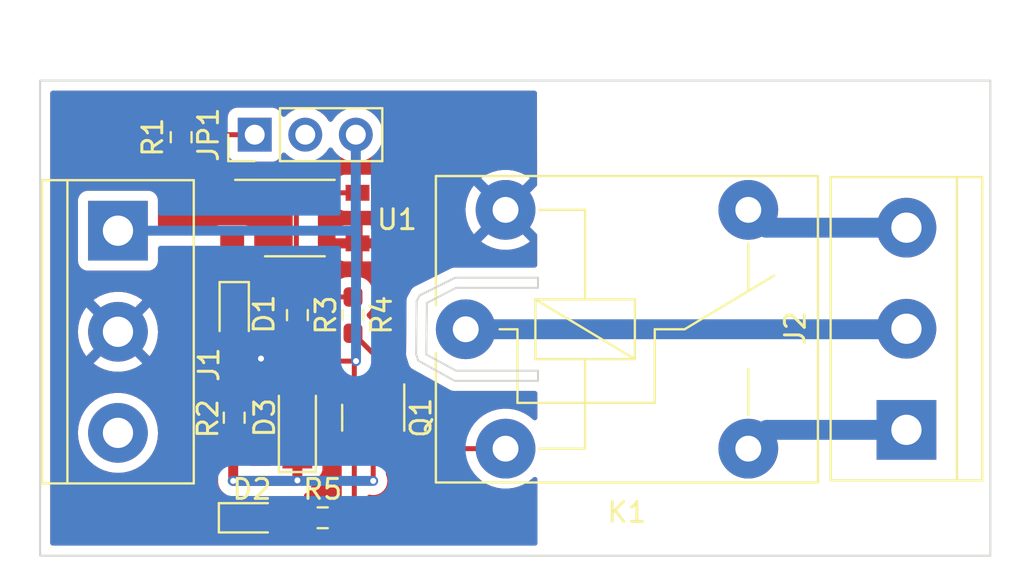
<source format=kicad_pcb>
(kicad_pcb (version 20211014) (generator pcbnew)
  (layers (0 "F.Cu" signal) (31 "B.Cu" signal) (34 "B.Paste" user) (35 "F.Paste" user) (36 "B.SilkS" user "B.Silkscreen") (37 "F.SilkS" user "F.Silkscreen") (38 "B.Mask" user) (39 "F.Mask" user) (44 "Edge.Cuts" user))
  (net 0 "")
  (net 1 "Net-(J1-Pad1)")
  (net 3 "Net-(JP1-Pad1)")
  (net 4 "Net-(K1-Pad14)")
  (net 5 "Net-(J2-Pad2)")
  (net 6 "Net-(K1-Pad12)")
  (net 7 "GND")
  (net 8 "Net-(R1-Pad1)")
  (net 9 "Net-(Q1-Pad3)")
  (net 10 "Net-(R2-Pad2)")
  (net 11 "Net-(Q1-Pad1)")
  (net 12 "Net-(R5-Pad1)")
  (net 14 "Net-(U1-Pad6)")
  (footprint "LED_SMD:LED_0603_1608Metric_Pad1.05x0.95mm_HandSolder" (layer "F.Cu") (at 108.077 95.6818 -90)
    (fp_text reference "D1" (at -0.0508 -1.4986 90) (layer "F.SilkS"))
    (fp_text value "LED")
    (fp_line (start 0.8 -0.735) (end -1.66 -0.735) (layer "F.SilkS") (width 0.12))
    (fp_line (start -1.66 -0.735) (end -1.66 0.735) (layer "F.SilkS") (width 0.12))
    (fp_line (start -1.66 0.735) (end 0.8 0.735) (layer "F.SilkS") (width 0.12))
    (pad "1" smd roundrect (at -0.875 0 270) (size 1.05 0.95) (layers "F.Cu" "F.Paste" "F.Mask") (net 7 "GND"))
    (pad "2" smd roundrect (at 0.875 0 270) (size 1.05 0.95) (layers "F.Cu" "F.Paste" "F.Mask") (net 10 "Net-(R2-Pad2)"))
  )
  (footprint "LED_SMD:LED_0603_1608Metric_Pad1.05x0.95mm_HandSolder" (layer "F.Cu") (at 108.966 105.8672)
    (fp_text reference "D2" (at 0 -1.43) (layer "F.SilkS"))
    (fp_text value "LED")
    (fp_line (start -1.66 -0.735) (end -1.66 0.735) (layer "F.SilkS") (width 0.12))
    (fp_line (start 0.8 -0.735) (end -1.66 -0.735) (layer "F.SilkS") (width 0.12))
    (fp_line (start -1.66 0.735) (end 0.8 0.735) (layer "F.SilkS") (width 0.12))
    (pad "1" smd roundrect (at -0.875 0) (size 1.05 0.95) (layers "F.Cu" "F.Paste" "F.Mask") (net 7 "GND"))
    (pad "2" smd roundrect (at 0.875 0) (size 1.05 0.95) (layers "F.Cu" "F.Paste" "F.Mask") (net 12 "Net-(R5-Pad1)"))
  )
  (footprint "Connector_PinHeader_2.54mm:PinHeader_1x03_P2.54mm_Vertical" (layer "F.Cu") (at 109.108 86.614 90)
    (fp_text reference "JP1" (at 0 -2.33 90) (layer "F.SilkS"))
    (fp_text value "High/Low Jumper")
    (fp_line (start -1.33 6.41) (end 1.33 6.41) (layer "F.SilkS") (width 0.12))
    (fp_line (start -1.33 1.27) (end 1.33 1.27) (layer "F.SilkS") (width 0.12))
    (fp_line (start -1.33 -1.33) (end 0 -1.33) (layer "F.SilkS") (width 0.12))
    (fp_line (start -1.33 1.27) (end -1.33 6.41) (layer "F.SilkS") (width 0.12))
    (fp_line (start -1.33 0) (end -1.33 -1.33) (layer "F.SilkS") (width 0.12))
    (fp_line (start 1.33 1.27) (end 1.33 6.41) (layer "F.SilkS") (width 0.12))
    (pad "1" thru_hole rect (at 0 0 90) (size 1.7 1.7) (drill 1) (layers *.Cu *.Mask) (net 3 "Net-(JP1-Pad1)"))
    (pad "2" thru_hole oval (at 0 2.54 90) (size 1.7 1.7) (drill 1) (layers *.Cu *.Mask))
    (pad "3" thru_hole oval (at 0 5.08 90) (size 1.7 1.7) (drill 1) (layers *.Cu *.Mask) (net 1 "Net-(J1-Pad1)"))
  )
  (footprint "Resistor_SMD:R_0603_1608Metric_Pad0.98x0.95mm_HandSolder" (layer "F.Cu") (at 112.522 105.8672)
    (fp_text reference "R5" (at 0 -1.43) (layer "F.SilkS"))
    (fp_text value "R")
    (fp_line (start -0.254724 0.5225) (end 0.254724 0.5225) (layer "F.SilkS") (width 0.12))
    (fp_line (start -0.254724 -0.5225) (end 0.254724 -0.5225) (layer "F.SilkS") (width 0.12))
    (pad "1" smd roundrect (at -0.9125 0) (size 0.975 0.95) (layers "F.Cu" "F.Paste" "F.Mask") (net 12 "Net-(R5-Pad1)"))
    (pad "2" smd roundrect (at 0.9125 0) (size 0.975 0.95) (layers "F.Cu" "F.Paste" "F.Mask") (net 1 "Net-(J1-Pad1)"))
  )
  (footprint "Resistor_SMD:R_0603_1608Metric_Pad0.98x0.95mm_HandSolder" (layer "F.Cu") (at 108.077 100.838 90)
    (fp_text reference "R2" (at -0.0508 -1.3208 90) (layer "F.SilkS"))
    (fp_text value "R")
    (fp_line (start -0.254724 -0.5225) (end 0.254724 -0.5225) (layer "F.SilkS") (width 0.12))
    (fp_line (start -0.254724 0.5225) (end 0.254724 0.5225) (layer "F.SilkS") (width 0.12))
    (pad "1" smd roundrect (at -0.9125 0 90) (size 0.975 0.95) (layers "F.Cu" "F.Paste" "F.Mask") (net 9 "Net-(Q1-Pad3)"))
    (pad "2" smd roundrect (at 0.9125 0 90) (size 0.975 0.95) (layers "F.Cu" "F.Paste" "F.Mask") (net 10 "Net-(R2-Pad2)"))
  )
  (footprint "Package_TO_SOT_SMD:SOT-23" (layer "F.Cu") (at 115.062 100.838 -90)
    (fp_text reference "Q1" (at 0 -2.4 90) (layer "F.SilkS"))
    (fp_text value "S8550")
    (fp_line (start 0 1.56) (end -0.65 1.56) (layer "F.SilkS") (width 0.12))
    (fp_line (start 0 -1.56) (end -1.675 -1.56) (layer "F.SilkS") (width 0.12))
    (fp_line (start 0 -1.56) (end 0.65 -1.56) (layer "F.SilkS") (width 0.12))
    (fp_line (start 0 1.56) (end 0.65 1.56) (layer "F.SilkS") (width 0.12))
    (pad "1" smd roundrect (at -0.9375 -0.95 270) (size 1.475 0.6) (layers "F.Cu" "F.Paste" "F.Mask") (net 11 "Net-(Q1-Pad1)"))
    (pad "2" smd roundrect (at -0.9375 0.95 270) (size 1.475 0.6) (layers "F.Cu" "F.Paste" "F.Mask") (net 1 "Net-(J1-Pad1)"))
    (pad "3" smd roundrect (at 0.9375 0 270) (size 1.475 0.6) (layers "F.Cu" "F.Paste" "F.Mask") (net 9 "Net-(Q1-Pad3)"))
  )
  (footprint "Diode_SMD:D_MicroMELF_Handsoldering" (layer "F.Cu") (at 111.252 100.838 90)
    (fp_text reference "D3" (at 0 -1.651 90) (layer "F.SilkS"))
    (fp_text value "D")
    (fp_line (start 1.1 -0.93) (end -2.73 -0.93) (layer "F.SilkS") (width 0.12))
    (fp_line (start -2.73 0.93) (end 1.1 0.93) (layer "F.SilkS") (width 0.12))
    (fp_line (start -2.73 -0.93) (end -2.73 0.93) (layer "F.SilkS") (width 0.12))
    (pad "1" smd rect (at -1.45 0 90) (size 2.2 1.5) (layers "F.Cu" "F.Paste" "F.Mask") (net 9 "Net-(Q1-Pad3)"))
    (pad "2" smd rect (at 1.45 0 90) (size 2.2 1.5) (layers "F.Cu" "F.Paste" "F.Mask") (net 7 "GND"))
  )
  (footprint "Package_SO:MFSOP6-4_4.4x3.6mm_P1.27mm" (layer "F.Cu") (at 111.125 90.805)
    (fp_text reference "U1" (at 5.1308 0.0762) (layer "F.SilkS"))
    (fp_text value "Octocupler")
    (fp_line (start -3 -1.92) (end 2 -1.92) (layer "F.SilkS") (width 0.12))
    (fp_line (start 1.5 1.92) (end -1.5 1.92) (layer "F.SilkS") (width 0.12))
    (pad "1" smd rect (at -3.15 -1.27) (size 1.2 0.8) (layers "F.Cu" "F.Paste" "F.Mask") (net 8 "Net-(R1-Pad1)"))
    (pad "3" smd rect (at -3.15 1.27) (size 1.2 0.8) (layers "F.Cu" "F.Paste" "F.Mask") (net 1 "Net-(J1-Pad1)"))
    (pad "4" smd rect (at 3.15 1.27) (size 1.2 0.8) (layers "F.Cu" "F.Paste" "F.Mask") (net 7 "GND"))
    (pad "6" smd rect (at 3.15 -1.27) (size 1.2 0.8) (layers "F.Cu" "F.Paste" "F.Mask") (net 14 "Net-(U1-Pad6)"))
  )
  (footprint "Resistor_SMD:R_0603_1608Metric_Pad0.98x0.95mm_HandSolder" (layer "F.Cu") (at 111.252 95.6818 -90)
    (fp_text reference "R3" (at 0 -1.43 90) (layer "F.SilkS"))
    (fp_text value "R")
    (fp_line (start -0.254724 0.5225) (end 0.254724 0.5225) (layer "F.SilkS") (width 0.12))
    (fp_line (start -0.254724 -0.5225) (end 0.254724 -0.5225) (layer "F.SilkS") (width 0.12))
    (pad "1" smd roundrect (at -0.9125 0 270) (size 0.975 0.95) (layers "F.Cu" "F.Paste" "F.Mask") (net 14 "Net-(U1-Pad6)"))
    (pad "2" smd roundrect (at 0.9125 0 270) (size 0.975 0.95) (layers "F.Cu" "F.Paste" "F.Mask") (net 1 "Net-(J1-Pad1)"))
  )
  (footprint "Relay_THT:Relay_SPDT_Finder_36.11" (layer "F.Cu") (at 119.712 96.393)
    (fp_text reference "K1" (at 8.1 9.2) (layer "F.SilkS"))
    (fp_text value "12V Relay")
    (fp_line (start 9.5 0) (end 9.5 3.7) (layer "F.SilkS") (width 0.12))
    (fp_line (start 14.2 -4.3) (end 14.2 -2) (layer "F.SilkS") (width 0.12))
    (fp_line (start 6 -6) (end 6 -1.5) (layer "F.SilkS") (width 0.12))
    (fp_line (start 2.6 0) (end 1.7 0) (layer "F.SilkS") (width 0.12))
    (fp_line (start 8.5 1.5) (end 3.5 1.5) (layer "F.SilkS") (width 0.12))
    (fp_line (start 6 -6) (end 3.7 -6) (layer "F.SilkS") (width 0.12))
    (fp_line (start -1.5 -7.7) (end -1.5 -1.2) (layer "F.SilkS") (width 0.12))
    (fp_line (start 3.5 1.5) (end 3.5 -1.5) (layer "F.SilkS") (width 0.12))
    (fp_line (start 2.6 0) (end 2.6 3.7) (layer "F.SilkS") (width 0.12))
    (fp_line (start 9.5 0) (end 11 0) (layer "F.SilkS") (width 0.12))
    (fp_line (start 17.7 7.7) (end -1.5 7.7) (layer "F.SilkS") (width 0.12))
    (fp_line (start 6 1.5) (end 6 6) (layer "F.SilkS") (width 0.12))
    (fp_line (start 8.5 1.5) (end 3.5 -1.5) (layer "F.SilkS") (width 0.12))
    (fp_line (start 14.2 4.3) (end 14.2 2) (layer "F.SilkS") (width 0.12))
    (fp_line (start 17.7 -7.7) (end 17.7 7.7) (layer "F.SilkS") (width 0.12))
    (fp_line (start 3.5 -1.5) (end 8.5 -1.5) (layer "F.SilkS") (width 0.12))
    (fp_line (start -1.5 1.2) (end -1.5 7.7) (layer "F.SilkS") (width 0.12))
    (fp_line (start -1.5 -7.7) (end 17.7 -7.7) (layer "F.SilkS") (width 0.12))
    (fp_line (start 3.7 6) (end 6 6) (layer "F.SilkS") (width 0.12))
    (fp_line (start 11 0) (end 15.5 -2.7) (layer "F.SilkS") (width 0.12))
    (fp_line (start 9.5 3.7) (end 2.6 3.7) (layer "F.SilkS") (width 0.12))
    (fp_line (start 8.5 -1.5) (end 8.5 1.5) (layer "F.SilkS") (width 0.12))
    (pad "11" thru_hole circle (at 0 0) (size 3 3) (drill 1.3) (layers *.Cu *.Mask) (net 5 "Net-(J2-Pad2)"))
    (pad "12" thru_hole circle (at 14.2 -6) (size 3 3) (drill 1.3) (layers *.Cu *.Mask) (net 6 "Net-(K1-Pad12)"))
    (pad "14" thru_hole circle (at 14.2 6) (size 3 3) (drill 1.3) (layers *.Cu *.Mask) (net 4 "Net-(K1-Pad14)"))
    (pad "A1" thru_hole circle (at 2 6) (size 3 3) (drill 1.3) (layers *.Cu *.Mask) (net 9 "Net-(Q1-Pad3)"))
    (pad "A2" thru_hole circle (at 2 -6) (size 3 3) (drill 1.3) (layers *.Cu *.Mask) (net 7 "GND"))
  )
  (footprint "TerminalBlock:TerminalBlock_bornier-3_P5.08mm" (layer "F.Cu") (at 102.235 91.44 -90)
    (fp_text reference "J1" (at 6.731 -4.572 90) (layer "F.SilkS"))
    (fp_text value "Inputs")
    (fp_line (start -2.54 2.54) (end 12.7 2.54) (layer "F.SilkS") (width 0.12))
    (fp_line (start -2.54 3.81) (end 12.7 3.81) (layer "F.SilkS") (width 0.12))
    (fp_line (start -2.54 -3.81) (end 12.7 -3.81) (layer "F.SilkS") (width 0.12))
    (fp_line (start -2.54 3.81) (end -2.54 -3.81) (layer "F.SilkS") (width 0.12))
    (fp_line (start 12.7 3.81) (end 12.7 -3.81) (layer "F.SilkS") (width 0.12))
    (pad "1" thru_hole rect (at 0 0 270) (size 3 3) (drill 1.52) (layers *.Cu *.Mask) (net 1 "Net-(J1-Pad1)"))
    (pad "2" thru_hole circle (at 5.08 0 270) (size 3 3) (drill 1.52) (layers *.Cu *.Mask) (net 7 "GND"))
    (pad "3" thru_hole circle (at 10.16 0 270) (size 3 3) (drill 1.52) (layers *.Cu *.Mask))
  )
  (footprint "Resistor_SMD:R_0603_1608Metric_Pad0.98x0.95mm_HandSolder" (layer "F.Cu") (at 105.41 86.741 90)
    (fp_text reference "R1" (at 0 -1.43 90) (layer "F.SilkS"))
    (fp_text value "R")
    (fp_line (start -0.254724 -0.5225) (end 0.254724 -0.5225) (layer "F.SilkS") (width 0.12))
    (fp_line (start -0.254724 0.5225) (end 0.254724 0.5225) (layer "F.SilkS") (width 0.12))
    (pad "1" smd roundrect (at -0.9125 0 90) (size 0.975 0.95) (layers "F.Cu" "F.Paste" "F.Mask") (net 8 "Net-(R1-Pad1)"))
    (pad "2" smd roundrect (at 0.9125 0 90) (size 0.975 0.95) (layers "F.Cu" "F.Paste" "F.Mask") (net 3 "Net-(JP1-Pad1)"))
  )
  (footprint "TerminalBlock:TerminalBlock_bornier-3_P5.08mm" (layer "F.Cu") (at 141.859 101.4476 90)
    (fp_text reference "J2" (at 5.1054 -5.588 90) (layer "F.SilkS"))
    (fp_text value "Outputs")
    (fp_line (start -2.54 3.81) (end 12.7 3.81) (layer "F.SilkS") (width 0.12))
    (fp_line (start -2.54 3.81) (end -2.54 -3.81) (layer "F.SilkS") (width 0.12))
    (fp_line (start -2.54 2.54) (end 12.7 2.54) (layer "F.SilkS") (width 0.12))
    (fp_line (start -2.54 -3.81) (end 12.7 -3.81) (layer "F.SilkS") (width 0.12))
    (fp_line (start 12.7 3.81) (end 12.7 -3.81) (layer "F.SilkS") (width 0.12))
    (pad "1" thru_hole rect (at 0 0 90) (size 3 3) (drill 1.52) (layers *.Cu *.Mask) (net 4 "Net-(K1-Pad14)"))
    (pad "2" thru_hole circle (at 5.08 0 90) (size 3 3) (drill 1.52) (layers *.Cu *.Mask) (net 5 "Net-(J2-Pad2)"))
    (pad "3" thru_hole circle (at 10.16 0 90) (size 3 3) (drill 1.52) (layers *.Cu *.Mask) (net 6 "Net-(K1-Pad12)"))
  )
  (footprint "Resistor_SMD:R_0603_1608Metric_Pad0.98x0.95mm_HandSolder" (layer "F.Cu") (at 114.046 95.6818 -90)
    (fp_text reference "R4" (at 0 -1.43 90) (layer "F.SilkS"))
    (fp_text value "R")
    (fp_line (start -0.254724 -0.5225) (end 0.254724 -0.5225) (layer "F.SilkS") (width 0.12))
    (fp_line (start -0.254724 0.5225) (end 0.254724 0.5225) (layer "F.SilkS") (width 0.12))
    (pad "1" smd roundrect (at -0.9125 0 270) (size 0.975 0.95) (layers "F.Cu" "F.Paste" "F.Mask") (net 14 "Net-(U1-Pad6)"))
    (pad "2" smd roundrect (at 0.9125 0 270) (size 0.975 0.95) (layers "F.Cu" "F.Paste" "F.Mask") (net 11 "Net-(Q1-Pad1)"))
  )
  (gr_rect (start 98.3234 83.8962) (end 146.0754 107.7722) (layer "Edge.Cuts") (width 0.1) (fill none))
  (gr_line (start 119.1768 93.8022) (end 123.3424 93.8022) (layer "Edge.Cuts") (width 0.1))
  (gr_line (start 123.3424 98.9838) (end 123.3424 98.4758) (layer "Edge.Cuts") (width 0.1))
  (gr_line (start 117.3226 97.9678) (end 117.221 97.6376) (layer "Edge.Cuts") (width 0.1))
  (gr_line (start 119.2276 98.4758) (end 117.729 97.663) (layer "Edge.Cuts") (width 0.1))
  (gr_line (start 117.3988 94.6912) (end 119.1768 93.8022) (layer "Edge.Cuts") (width 0.1))
  (gr_line (start 119.2276 94.3102) (end 117.7544 95.0722) (layer "Edge.Cuts") (width 0.1))
  (gr_line (start 117.729 97.663) (end 117.7544 95.377) (layer "Edge.Cuts") (width 0.1))
  (gr_line (start 123.3424 94.3102) (end 119.2276 94.3102) (layer "Edge.Cuts") (width 0.1))
  (gr_line (start 117.221 97.6376) (end 117.2464 94.9706) (layer "Edge.Cuts") (width 0.1))
  (gr_line (start 119.1514 98.9838) (end 117.3226 97.9678) (layer "Edge.Cuts") (width 0.1))
  (gr_line (start 117.7544 95.0722) (end 117.7544 95.377) (layer "Edge.Cuts") (width 0.1))
  (gr_line (start 123.3424 98.4758) (end 119.2276 98.4758) (layer "Edge.Cuts") (width 0.1))
  (gr_line (start 123.3424 98.9838) (end 119.1514 98.9838) (layer "Edge.Cuts") (width 0.1))
  (gr_line (start 117.2464 94.9706) (end 117.3988 94.6912) (layer "Edge.Cuts") (width 0.1))
  (gr_line (start 123.3424 93.8022) (end 123.3424 94.3102) (layer "Edge.Cuts") (width 0.1))
  (segment (start 112.6509 97.9932) (end 111.252 96.5943) (width 0.25) (layer "F.Cu") (net 1))
  (segment (start 114.112 98.0796) (end 114.1984 97.9932) (width 0.25) (layer "F.Cu") (net 1))
  (segment (start 102.87 92.075) (end 102.235 91.44) (width 1) (layer "F.Cu") (net 1))
  (segment (start 114.112 99.9005) (end 114.112 105.1897) (width 0.25) (layer "F.Cu") (net 1))
  (segment (start 114.112 99.9005) (end 114.112 98.0796) (width 0.25) (layer "F.Cu") (net 1))
  (segment (start 114.112 105.1897) (end 113.4345 105.8672) (width 0.25) (layer "F.Cu") (net 1))
  (segment (start 114.1984 97.9932) (end 112.6509 97.9932) (width 0.25) (layer "F.Cu") (net 1))
  (via (at 114.1984 97.9932) (size 0.4) (drill 0.3) (layers "F.Cu" "B.Cu") (net 1))
  (segment (start 114.1984 91.44) (end 114.1984 97.9932) (width 0.5) (layer "B.Cu") (net 1))
  (segment (start 102.235 91.44) (end 114.173 91.44) (width 0.5) (layer "B.Cu") (net 1))
  (segment (start 114.173 91.44) (end 114.188 91.425) (width 0.25) (layer "B.Cu") (net 1))
  (segment (start 114.188 91.425) (end 114.188 86.614) (width 0.5) (layer "B.Cu") (net 1))
  (segment (start 105.41 85.8285) (end 106.6057 85.8285) (width 0.25) (layer "F.Cu") (net 3))
  (segment (start 106.6057 85.8285) (end 107.3912 86.614) (width 0.25) (layer "F.Cu") (net 3))
  (segment (start 107.3912 86.614) (end 109.108 86.614) (width 0.25) (layer "F.Cu") (net 3))
  (segment (start 134.8574 101.4476) (end 133.912 102.393) (width 1) (layer "B.Cu") (net 4))
  (segment (start 141.859 101.4476) (end 134.8574 101.4476) (width 1) (layer "B.Cu") (net 4))
  (segment (start 119.712 96.393) (end 141.8336 96.393) (width 1) (layer "B.Cu") (net 5))
  (segment (start 141.8336 96.393) (end 141.859 96.3676) (width 0.25) (layer "B.Cu") (net 5))
  (segment (start 134.8066 91.2876) (end 133.912 90.393) (width 1) (layer "B.Cu") (net 6))
  (segment (start 141.859 91.2876) (end 134.8066 91.2876) (width 1) (layer "B.Cu") (net 6))
  (via (at 109.4232 97.8662) (size 0.4) (drill 0.3) (layers "F.Cu" "B.Cu") (net 7))
  (segment (start 107.975 89.535) (end 107.2915 89.535) (width 0.25) (layer "F.Cu") (net 8))
  (segment (start 107.2915 89.535) (end 105.41 87.6535) (width 0.25) (layer "F.Cu") (net 8))
  (segment (start 115.062 101.7755) (end 115.6795 102.393) (width 0.25) (layer "F.Cu") (net 9))
  (segment (start 108.0262 104.01415) (end 108.0262 101.8013) (width 0.5) (layer "F.Cu") (net 9))
  (segment (start 115.6795 102.393) (end 121.712 102.393) (width 0.25) (layer "F.Cu") (net 9))
  (segment (start 115.062 101.7755) (end 115.062 104.01415) (width 0.25) (layer "F.Cu") (net 9))
  (segment (start 111.2266 104.01415) (end 108.0262 104.01415) (width 0.5) (layer "F.Cu") (net 9))
  (segment (start 108.0262 101.8013) (end 108.077 101.7505) (width 0.5) (layer "F.Cu") (net 9))
  (segment (start 111.252 102.27055) (end 111.252 103.98875) (width 0.5) (layer "F.Cu") (net 9))
  (via (at 115.062 104.01415) (size 0.4) (drill 0.3) (layers "F.Cu" "B.Cu") (net 9))
  (via (at 111.252 103.9876) (size 0.4) (drill 0.3) (layers "F.Cu" "B.Cu") (net 9))
  (via (at 108.0262 104.01415) (size 0.4) (drill 0.3) (layers "F.Cu" "B.Cu") (net 9))
  (segment (start 115.062 104.01415) (end 108.0008 104.01415) (width 0.5) (layer "B.Cu") (net 9))
  (segment (start 108.077 99.9255) (end 108.077 96.5568) (width 0.25) (layer "F.Cu") (net 10))
  (segment (start 114.046 96.5943) (end 114.046 96.5962) (width 0.25) (layer "F.Cu") (net 11))
  (segment (start 116.012 98.5622) (end 116.012 99.9005) (width 0.25) (layer "F.Cu") (net 11))
  (segment (start 114.046 96.5962) (end 116.012 98.5622) (width 0.25) (layer "F.Cu") (net 11))
  (segment (start 111.6095 105.8672) (end 109.841 105.8672) (width 0.25) (layer "F.Cu") (net 12))
  (segment (start 111.252 94.7693) (end 114.046 94.7693) (width 0.25) (layer "F.Cu") (net 14))
  (segment (start 112.268 89.535) (end 111.2012 90.6018) (width 0.25) (layer "F.Cu") (net 14))
  (segment (start 111.2012 90.6018) (end 111.2012 94.7185) (width 0.25) (layer "F.Cu") (net 14))
  (segment (start 114.275 89.535) (end 112.268 89.535) (width 0.25) (layer "F.Cu") (net 14))
  (segment (start 111.2012 94.7185) (end 111.252 94.7693) (width 0.25) (layer "F.Cu") (net 14))
  (zone (net 7) (net_name "GND") (layer "F.Cu") (connect_pads (clearance 0.508)) (min_thickness 0.254) (fill yes (thermal_gap 0.508) (thermal_bridge_width 0.508))
    (polygon (pts (xy 123.317 107.7722) (xy 98.3234 107.7722) (xy 98.3234 83.8962) (xy 123.2916 83.8962)))
  )
  (zone (net 7) (net_name "GND") (layer "B.Cu") (connect_pads (clearance 0.508)) (min_thickness 0.254) (fill yes (thermal_gap 0.508) (thermal_bridge_width 0.508))
    (polygon (pts (xy 123.317 107.7722) (xy 98.3234 107.7722) (xy 98.3234 83.8962) (xy 123.2916 83.8962)))
  )
)
</source>
